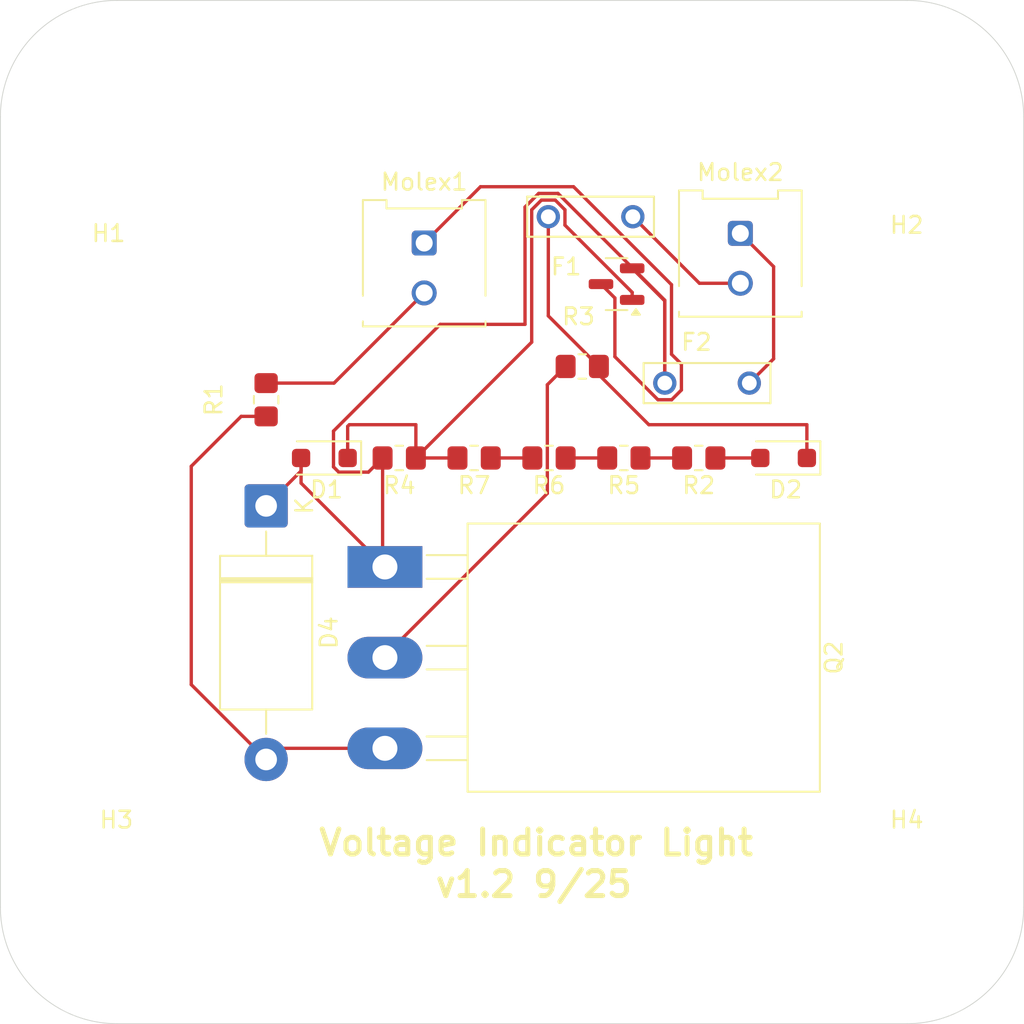
<source format=kicad_pcb>
(kicad_pcb (version 20241229) (generator "pcbnew") (generator_version "9.0")
  (layers (0 "F.Cu" signal) (2 "B.Cu" signal) (13 "F.Paste" user) (15 "B.Paste" user) (5 "F.SilkS" user "F.Silkscreen") (7 "B.SilkS" user "B.Silkscreen") (1 "F.Mask" user) (3 "B.Mask" user) (25 "Edge.Cuts" user))
  (net 0 "")
  (net 1 "/LED+")
  (net 2 "/LED-")
  (net 3 "/HV+_fused")
  (net 4 "/HV+")
  (net 5 "/HV-")
  (net 6 "Net-(D4-A2)")
  (net 7 "Net-(R2-Pad2)")
  (net 8 "Net-(D2-A)")
  (net 9 "Net-(Q2-D)")
  (net 10 "Net-(D1-K)")
  (net 11 "Net-(D1-A)")
  (net 12 "Net-(R5-Pad2)")
  (net 13 "Net-(R6-Pad2)")
  (footprint "Diode_SMD:D_SOD-123F" (layer "F.Cu") (at 156.07 93 180)
    (property "Reference" "D2" (at -0.127 -1.905 0) (layer "F.SilkS"))
    (property "Value" "BZT52C51")
    (fp_line (start -2.21 1) (end 1.65 1) (stroke (width 0.12)) (layer "F.SilkS"))
    (fp_line (start -2.21 -1) (end 1.65 -1) (stroke (width 0.12)) (layer "F.SilkS"))
    (fp_line (start -2.21 -1) (end -2.21 1) (stroke (width 0.12)) (layer "F.SilkS"))
    (pad "1" smd roundrect (at -1.4 0 180) (size 1.1 1.1) (layers "F.Cu" "F.Mask" "F.Paste") (roundrect_rratio 0.2272727273) (net 3 "/HV+_fused"))
    (pad "2" smd roundrect (at 1.4 0 180) (size 1.1 1.1) (layers "F.Cu" "F.Mask" "F.Paste") (roundrect_rratio 0.2272727273) (net 8 "Net-(D2-A)"))
  )
  (footprint "Diode_SMD:D_SOD-123F" (layer "F.Cu") (at 128.47 93 180)
    (property "Reference" "D1" (at -0.127 -1.905 0) (layer "F.SilkS"))
    (property "Value" "BZT52C12")
    (fp_line (start -2.21 1) (end 1.65 1) (stroke (width 0.12)) (layer "F.SilkS"))
    (fp_line (start -2.21 -1) (end 1.65 -1) (stroke (width 0.12)) (layer "F.SilkS"))
    (fp_line (start -2.21 -1) (end -2.21 1) (stroke (width 0.12)) (layer "F.SilkS"))
    (pad "1" smd roundrect (at -1.4 0 180) (size 1.1 1.1) (layers "F.Cu" "F.Mask" "F.Paste") (roundrect_rratio 0.2272727273) (net 10 "Net-(D1-K)"))
    (pad "2" smd roundrect (at 1.4 0 180) (size 1.1 1.1) (layers "F.Cu" "F.Mask" "F.Paste") (roundrect_rratio 0.2272727273) (net 11 "Net-(D1-A)"))
  )
  (footprint "MountingHole:MountingHole_4.3mm_M4" (layer "F.Cu") (at 116 72.5)
    (property "Reference" "H1" (at -0.5 7 0) (layer "F.SilkS"))
    (property "Value" "MountingHole")
    (pad "" np_thru_hole circle (at 0 0) (size 4.3 4.3) (drill 4.3) (layers "*.Cu" "*.Mask"))
  )
  (footprint "Diode_THT:D_DO-201AE_P15.24mm_Horizontal" (layer "F.Cu") (at 124.97 95.88 -90)
    (property "Reference" "D4" (at 7.62 -3.77 90) (layer "F.SilkS"))
    (property "Value" "PESD12VL1BA")
    (fp_line (start 1.54 0) (end 3 0) (stroke (width 0.12)) (layer "F.SilkS"))
    (fp_line (start 13.7 0) (end 12.24 0) (stroke (width 0.12)) (layer "F.SilkS"))
    (fp_line (start 4.35 -2.77) (end 4.35 2.77) (stroke (width 0.12)) (layer "F.SilkS"))
    (fp_line (start 4.47 -2.77) (end 4.47 2.77) (stroke (width 0.12)) (layer "F.SilkS"))
    (fp_line (start 4.59 -2.77) (end 4.59 2.77) (stroke (width 0.12)) (layer "F.SilkS"))
    (fp_rect (start 3 -2.77) (end 12.24 2.77) (stroke (width 0.12)) (fill no) (layer "F.SilkS"))
    (fp_text user "K" (at 0 -2.3 90) (layer "F.SilkS"))
    (pad "1" thru_hole roundrect (at 0 0 270) (size 2.6 2.6) (drill 1.3) (layers "*.Cu" "*.Mask") (roundrect_rratio 0.096154) (net 11 "Net-(D1-A)"))
    (pad "2" thru_hole circle (at 15.24 0 270) (size 2.6 2.6) (drill 1.3) (layers "*.Cu" "*.Mask") (net 6 "Net-(D4-A2)"))
  )
  (footprint "Resistor_SMD:R_0805_2012Metric_Pad1.20x1.40mm_HandSolder" (layer "F.Cu") (at 150.97 93 180)
    (property "Reference" "R2" (at 0 -1.65 0) (layer "F.SilkS"))
    (property "Value" "240k")
    (fp_line (start -0.227064 0.735) (end 0.227064 0.735) (stroke (width 0.12)) (layer "F.SilkS"))
    (fp_line (start -0.227064 -0.735) (end 0.227064 -0.735) (stroke (width 0.12)) (layer "F.SilkS"))
    (pad "1" smd roundrect (at -1 0 180) (size 1.2 1.4) (layers "F.Cu" "F.Mask" "F.Paste") (roundrect_rratio 0.208333) (net 8 "Net-(D2-A)"))
    (pad "2" smd roundrect (at 1 0 180) (size 1.2 1.4) (layers "F.Cu" "F.Mask" "F.Paste") (roundrect_rratio 0.208333) (net 7 "Net-(R2-Pad2)"))
  )
  (footprint "Resistor_SMD:R_0805_2012Metric_Pad1.20x1.40mm_HandSolder" (layer "F.Cu") (at 143.97 87.5)
    (property "Reference" "R3" (at -0.227064 -3 0) (layer "F.SilkS"))
    (property "Value" "47")
    (fp_line (start -0.227064 -0.735) (end 0.227064 -0.735) (stroke (width 0.12)) (layer "F.SilkS"))
    (fp_line (start -0.227064 0.735) (end 0.227064 0.735) (stroke (width 0.12)) (layer "F.SilkS"))
    (pad "1" smd roundrect (at -1 0) (size 1.2 1.4) (layers "F.Cu" "F.Mask" "F.Paste") (roundrect_rratio 0.208333) (net 9 "Net-(Q2-D)"))
    (pad "2" smd roundrect (at 1 0) (size 1.2 1.4) (layers "F.Cu" "F.Mask" "F.Paste") (roundrect_rratio 0.208333) (net 3 "/HV+_fused"))
  )
  (footprint "Resistor_SMD:R_0805_2012Metric_Pad1.20x1.40mm_HandSolder" (layer "F.Cu") (at 146.47 93 180)
    (property "Reference" "R5" (at 0 -1.65 0) (layer "F.SilkS"))
    (property "Value" "240k")
    (fp_line (start -0.227064 0.735) (end 0.227064 0.735) (stroke (width 0.12)) (layer "F.SilkS"))
    (fp_line (start -0.227064 -0.735) (end 0.227064 -0.735) (stroke (width 0.12)) (layer "F.SilkS"))
    (pad "1" smd roundrect (at -1 0 180) (size 1.2 1.4) (layers "F.Cu" "F.Mask" "F.Paste") (roundrect_rratio 0.208333) (net 7 "Net-(R2-Pad2)"))
    (pad "2" smd roundrect (at 1 0 180) (size 1.2 1.4) (layers "F.Cu" "F.Mask" "F.Paste") (roundrect_rratio 0.208333) (net 12 "Net-(R5-Pad2)"))
  )
  (footprint "Library:FUSE_BK_PCS" (layer "F.Cu") (at 144.47 78.5 180)
    (property "Reference" "F1" (at 1.47 -3 0) (layer "F.SilkS"))
    (property "Value" "750mA")
    (fp_line (start 3.81 1.205) (end -3.81 1.205) (stroke (width 0.127)) (layer "F.SilkS"))
    (fp_line (start 3.81 -1.205) (end 3.81 1.205) (stroke (width 0.127)) (layer "F.SilkS"))
    (fp_line (start -3.81 1.205) (end -3.81 -1.205) (stroke (width 0.127)) (layer "F.SilkS"))
    (fp_line (start -3.81 -1.205) (end 3.81 -1.205) (stroke (width 0.127)) (layer "F.SilkS"))
    (pad "1" thru_hole circle (at -2.54 0 180) (size 1.397 1.397) (drill 0.889) (layers "*.Cu" "*.Mask") (net 4 "/HV+"))
    (pad "2" thru_hole circle (at 2.54 0 180) (size 1.397 1.397) (drill 0.889) (layers "*.Cu" "*.Mask") (net 3 "/HV+_fused"))
  )
  (footprint "Resistor_SMD:R_0805_2012Metric_Pad1.20x1.40mm_HandSolder" (layer "F.Cu") (at 124.97 89.5 90)
    (property "Reference" "R1" (at 0 -3.15 90) (layer "F.SilkS"))
    (property "Value" "2200")
    (fp_line (start -0.227064 -0.735) (end 0.227064 -0.735) (stroke (width 0.12)) (layer "F.SilkS"))
    (fp_line (start -0.227064 0.735) (end 0.227064 0.735) (stroke (width 0.12)) (layer "F.SilkS"))
    (pad "1" smd roundrect (at -1 0 90) (size 1.2 1.4) (layers "F.Cu" "F.Mask" "F.Paste") (roundrect_rratio 0.208333) (net 6 "Net-(D4-A2)"))
    (pad "2" smd roundrect (at 1 0 90) (size 1.2 1.4) (layers "F.Cu" "F.Mask" "F.Paste") (roundrect_rratio 0.208333) (net 1 "/LED+"))
  )
  (footprint "Package_TO_SOT_THT:TO-247-3_Horizontal_TabDown" (layer "F.Cu") (at 132.11 99.55 -90)
    (property "Reference" "Q2" (at 5.45 -26.98 90) (layer "F.SilkS"))
    (property "Value" "UJ3N065080K3S")
    (fp_line (start -2.61 -4.97) (end 13.51 -4.97) (stroke (width 0.12)) (layer "F.SilkS"))
    (fp_line (start -2.61 -4.97) (end -2.61 -26.14) (stroke (width 0.12)) (layer "F.SilkS"))
    (fp_line (start -0.71 -4.97) (end -0.71 -2.51) (stroke (width 0.12)) (layer "F.SilkS"))
    (fp_line (start 0.71 -4.97) (end 0.71 -2.51) (stroke (width 0.12)) (layer "F.SilkS"))
    (fp_line (start 4.74 -4.97) (end 4.74 -2.51) (stroke (width 0.12)) (layer "F.SilkS"))
    (fp_line (start 6.16 -4.97) (end 6.16 -2.51) (stroke (width 0.12)) (layer "F.SilkS"))
    (fp_line (start 10.19 -4.97) (end 10.19 -2.51) (stroke (width 0.12)) (layer "F.SilkS"))
    (fp_line (start 11.61 -4.97) (end 11.61 -2.51) (stroke (width 0.12)) (layer "F.SilkS"))
    (fp_line (start 13.51 -4.97) (end 13.51 -26.14) (stroke (width 0.12)) (layer "F.SilkS"))
    (fp_line (start -2.61 -26.14) (end 13.51 -26.14) (stroke (width 0.12)) (layer "F.SilkS"))
    (pad "" np_thru_hole circle (at 5.45 -19.86 270) (size 3.6 3.6) (drill 3.6) (layers "*.Cu" "*.Mask"))
    (pad "1" thru_hole rect (at 0 0 270) (size 2.5 4.5) (drill 1.5) (layers "*.Cu" "*.Mask") (net 11 "Net-(D1-A)"))
    (pad "2" thru_hole oval (at 5.45 0 270) (size 2.5 4.5) (drill 1.5) (layers "*.Cu" "*.Mask") (net 9 "Net-(Q2-D)"))
    (pad "3" thru_hole oval (at 10.9 0 270) (size 2.5 4.5) (drill 1.5) (layers "*.Cu" "*.Mask") (net 6 "Net-(D4-A2)"))
  )
  (footprint "MountingHole:MountingHole_4.3mm_M4" (layer "F.Cu") (at 115.97 120)
    (property "Reference" "H3" (at 0 -5.25 0) (layer "F.SilkS"))
    (property "Value" "MountingHole")
    (pad "" np_thru_hole circle (at 0 0) (size 4.3 4.3) (drill 4.3) (layers "*.Cu" "*.Mask"))
  )
  (footprint "Resistor_SMD:R_0805_2012Metric_Pad1.20x1.40mm_HandSolder" (layer "F.Cu") (at 141.97 93 180)
    (property "Reference" "R6" (at 0 -1.65 0) (layer "F.SilkS"))
    (property "Value" "240k")
    (fp_line (start -0.227064 0.735) (end 0.227064 0.735) (stroke (width 0.12)) (layer "F.SilkS"))
    (fp_line (start -0.227064 -0.735) (end 0.227064 -0.735) (stroke (width 0.12)) (layer "F.SilkS"))
    (pad "1" smd roundrect (at -1 0 180) (size 1.2 1.4) (layers "F.Cu" "F.Mask" "F.Paste") (roundrect_rratio 0.208333) (net 12 "Net-(R5-Pad2)"))
    (pad "2" smd roundrect (at 1 0 180) (size 1.2 1.4) (layers "F.Cu" "F.Mask" "F.Paste") (roundrect_rratio 0.208333) (net 13 "Net-(R6-Pad2)"))
  )
  (footprint "Connector_Molex:Molex_Micro-Fit_3.0_43045-0212_2x01_P3.00mm_Vertical" (layer "F.Cu") (at 153.47 79.5)
    (property "Reference" "Molex2" (at 0 -3.67 0) (layer "F.SilkS"))
    (property "Value" "043045-0212")
    (fp_line (start -3.685 -2.58) (end -2.265 -2.58) (stroke (width 0.12)) (layer "F.SilkS"))
    (fp_line (start -3.685 3.17) (end -3.685 -2.58) (stroke (width 0.12)) (layer "F.SilkS"))
    (fp_line (start -3.685 4.71) (end -3.685 5.01) (stroke (width 0.12)) (layer "F.SilkS"))
    (fp_line (start -3.685 5.01) (end 3.685 5.01) (stroke (width 0.12)) (layer "F.SilkS"))
    (fp_line (start -2.265 -2.58) (end -2.265 -2.08) (stroke (width 0.12)) (layer "F.SilkS"))
    (fp_line (start -2.265 -2.08) (end 2.265 -2.08) (stroke (width 0.12)) (layer "F.SilkS"))
    (fp_line (start 2.265 -2.58) (end 3.685 -2.58) (stroke (width 0.12)) (layer "F.SilkS"))
    (fp_line (start 2.265 -2.08) (end 2.265 -2.58) (stroke (width 0.12)) (layer "F.SilkS"))
    (fp_line (start 3.685 -2.58) (end 3.685 3.17) (stroke (width 0.12)) (layer "F.SilkS"))
    (fp_line (start 3.685 5.01) (end 3.685 4.71) (stroke (width 0.12)) (layer "F.SilkS"))
    (pad "" np_thru_hole circle (at -3 3.94) (size 1.02 1.02) (drill 1.02) (layers "*.Cu" "*.Mask"))
    (pad "" np_thru_hole circle (at 3 3.94) (size 1.02 1.02) (drill 1.02) (layers "*.Cu" "*.Mask"))
    (pad "1" thru_hole roundrect (at 0 0) (size 1.5 1.5) (drill 1.02) (layers "*.Cu" "*.Mask") (roundrect_rratio 0.166667) (net 5 "/HV-"))
    (pad "2" thru_hole circle (at 0 3) (size 1.5 1.5) (drill 1.02) (layers "*.Cu" "*.Mask") (net 4 "/HV+"))
  )
  (footprint "MountingHole:MountingHole_4.3mm_M4" (layer "F.Cu") (at 163.47 72.5)
    (property "Reference" "H2" (at 0 6.5 0) (layer "F.SilkS"))
    (property "Value" "MountingHole")
    (pad "" np_thru_hole circle (at 0 0) (size 4.3 4.3) (drill 4.3) (layers "*.Cu" "*.Mask"))
  )
  (footprint "Package_TO_SOT_SMD:SOT-23" (layer "F.Cu") (at 146.0325 82.55 180)
    (property "Reference" "Q1" (hide yes))
    (property "Value" "DMN2056U")
    (fp_line (start 0 1.56) (end 0.65 1.56) (stroke (width 0.12)) (layer "F.SilkS"))
    (fp_line (start 0 1.56) (end -0.65 1.56) (stroke (width 0.12)) (layer "F.SilkS"))
    (fp_line (start 0 -1.56) (end 0.65 -1.56) (stroke (width 0.12)) (layer "F.SilkS"))
    (fp_line (start 0 -1.56) (end -0.65 -1.56) (stroke (width 0.12)) (layer "F.SilkS"))
    (fp_poly (pts (xy -1.1625 -1.51) (xy -1.4025 -1.84) (xy -0.9225 -1.84)) (stroke (width 0.12)) (fill yes) (layer "F.SilkS"))
    (pad "1" smd roundrect (at -0.9375 -0.95 180) (size 1.475 0.6) (layers "F.Cu" "F.Mask" "F.Paste") (net 10 "Net-(D1-K)"))
    (pad "2" smd roundrect (at -0.9375 0.95 180) (size 1.475 0.6) (layers "F.Cu" "F.Mask" "F.Paste") (net 11 "Net-(D1-A)"))
    (pad "3" smd roundrect (at 0.9375 0 180) (size 1.475 0.6) (layers "F.Cu" "F.Mask" "F.Paste") (net 2 "/LED-"))
  )
  (footprint "Library:FUSE_BK_PCS" (layer "F.Cu") (at 151.47 88.5)
    (property "Reference" "F2" (at -0.635 -2.465 0) (layer "F.SilkS"))
    (property "Value" "750mA")
    (fp_line (start -3.81 -1.205) (end 3.81 -1.205) (stroke (width 0.127)) (layer "F.SilkS"))
    (fp_line (start -3.81 1.205) (end -3.81 -1.205) (stroke (width 0.127)) (layer "F.SilkS"))
    (fp_line (start 3.81 -1.205) (end 3.81 1.205) (stroke (width 0.127)) (layer "F.SilkS"))
    (fp_line (start 3.81 1.205) (end -3.81 1.205) (stroke (width 0.127)) (layer "F.SilkS"))
    (pad "1" thru_hole circle (at -2.54 0) (size 1.397 1.397) (drill 0.889) (layers "*.Cu" "*.Mask") (net 11 "Net-(D1-A)"))
    (pad "2" thru_hole circle (at 2.54 0) (size 1.397 1.397) (drill 0.889) (layers "*.Cu" "*.Mask") (net 5 "/HV-"))
  )
  (footprint "Resistor_SMD:R_0805_2012Metric_Pad1.20x1.40mm_HandSolder" (layer "F.Cu") (at 137.47 93 180)
    (property "Reference" "R7" (at 0 -1.65 0) (layer "F.SilkS"))
    (property "Value" "240k")
    (fp_line (start -0.227064 0.735) (end 0.227064 0.735) (stroke (width 0.12)) (layer "F.SilkS"))
    (fp_line (start -0.227064 -0.735) (end 0.227064 -0.735) (stroke (width 0.12)) (layer "F.SilkS"))
    (pad "1" smd roundrect (at -1 0 180) (size 1.2 1.4) (layers "F.Cu" "F.Mask" "F.Paste") (roundrect_rratio 0.208333) (net 13 "Net-(R6-Pad2)"))
    (pad "2" smd roundrect (at 1 0 180) (size 1.2 1.4) (layers "F.Cu" "F.Mask" "F.Paste") (roundrect_rratio 0.208333) (net 10 "Net-(D1-K)"))
  )
  (footprint "Resistor_SMD:R_0805_2012Metric_Pad1.20x1.40mm_HandSolder" (layer "F.Cu") (at 132.97 93 180)
    (property "Reference" "R4" (at 0 -1.65 0) (layer "F.SilkS"))
    (property "Value" "2M")
    (fp_line (start -0.227064 0.735) (end 0.227064 0.735) (stroke (width 0.12)) (layer "F.SilkS"))
    (fp_line (start -0.227064 -0.735) (end 0.227064 -0.735) (stroke (width 0.12)) (layer "F.SilkS"))
    (pad "1" smd roundrect (at -1 0 180) (size 1.2 1.4) (layers "F.Cu" "F.Mask" "F.Paste") (roundrect_rratio 0.208333) (net 10 "Net-(D1-K)"))
    (pad "2" smd roundrect (at 1 0 180) (size 1.2 1.4) (layers "F.Cu" "F.Mask" "F.Paste") (roundrect_rratio 0.208333) (net 11 "Net-(D1-A)"))
  )
  (footprint "Connector_Molex:Molex_Micro-Fit_3.0_43045-0212_2x01_P3.00mm_Vertical" (layer "F.Cu") (at 134.47 80.08)
    (property "Reference" "Molex1" (at 0 -3.67 0) (layer "F.SilkS"))
    (property "Value" "043045-0212")
    (fp_line (start -3.685 -2.58) (end -2.265 -2.58) (stroke (width 0.12)) (layer "F.SilkS"))
    (fp_line (start -3.685 3.17) (end -3.685 -2.58) (stroke (width 0.12)) (layer "F.SilkS"))
    (fp_line (start -3.685 4.71) (end -3.685 5.01) (stroke (width 0.12)) (layer "F.SilkS"))
    (fp_line (start -3.685 5.01) (end 3.685 5.01) (stroke (width 0.12)) (layer "F.SilkS"))
    (fp_line (start -2.265 -2.58) (end -2.265 -2.08) (stroke (width 0.12)) (layer "F.SilkS"))
    (fp_line (start -2.265 -2.08) (end 2.265 -2.08) (stroke (width 0.12)) (layer "F.SilkS"))
    (fp_line (start 2.265 -2.58) (end 3.685 -2.58) (stroke (width 0.12)) (layer "F.SilkS"))
    (fp_line (start 2.265 -2.08) (end 2.265 -2.58) (stroke (width 0.12)) (layer "F.SilkS"))
    (fp_line (start 3.685 -2.58) (end 3.685 3.17) (stroke (width 0.12)) (layer "F.SilkS"))
    (fp_line (start 3.685 5.01) (end 3.685 4.71) (stroke (width 0.12)) (layer "F.SilkS"))
    (pad "" np_thru_hole circle (at -3 3.94) (size 1.02 1.02) (drill 1.02) (layers "*.Cu" "*.Mask"))
    (pad "" np_thru_hole circle (at 3 3.94) (size 1.02 1.02) (drill 1.02) (layers "*.Cu" "*.Mask"))
    (pad "1" thru_hole roundrect (at 0 0) (size 1.5 1.5) (drill 1.02) (layers "*.Cu" "*.Mask") (roundrect_rratio 0.166667) (net 2 "/LED-"))
    (pad "2" thru_hole circle (at 0 3) (size 1.5 1.5) (drill 1.02) (layers "*.Cu" "*.Mask") (net 1 "/LED+"))
  )
  (footprint "MountingHole:MountingHole_4.3mm_M4" (layer "F.Cu") (at 163.47 120)
    (property "Reference" "H4" (at 0 -5.25 0) (layer "F.SilkS"))
    (property "Value" "MountingHole")
    (pad "" np_thru_hole circle (at 0 0) (size 4.3 4.3) (drill 4.3) (layers "*.Cu" "*.Mask"))
  )
  (gr_arc (start 109 72.5) (mid 111.050253 67.550253) (end 116 65.5) (stroke (width 0.05)) (layer "Edge.Cuts"))
  (gr_line (start 163.5 65.5) (end 116 65.5) (stroke (width 0.05)) (layer "Edge.Cuts"))
  (gr_arc (start 116 127) (mid 111.050253 124.949747) (end 109 120) (stroke (width 0.05)) (layer "Edge.Cuts"))
  (gr_line (start 109 72.5) (end 109 120) (stroke (width 0.05)) (layer "Edge.Cuts"))
  (gr_line (start 170.5 120) (end 170.5 72.5) (stroke (width 0.05)) (layer "Edge.Cuts"))
  (gr_line (start 116 127) (end 163.5 127) (stroke (width 0.05)) (layer "Edge.Cuts"))
  (gr_arc (start 163.5 65.5) (mid 168.449747 67.550253) (end 170.5 72.5) (stroke (width 0.05)) (layer "Edge.Cuts"))
  (gr_arc (start 170.5 120) (mid 168.449747 124.949747) (end 163.5 127) (stroke (width 0.05)) (layer "Edge.Cuts"))
  (gr_text "v1.2 9/25\n" (at 135 119.5 0) (layer "F.SilkS") (effects (font (size 1.5 1.5) (thickness 0.3) (bold yes)) (justify left bottom)))
  (gr_text "Voltage Indicator Light" (at 128 117 0) (layer "F.SilkS") (effects (font (size 1.5 1.5) (thickness 0.3) (bold yes)) (justify left bottom)))
  (segment (start 129.05 88.5) (end 134.47 83.08) (width 0.2) (layer "F.Cu") (net 1))
  (segment (start 124.97 88.5) (end 129.05 88.5) (width 0.2) (layer "F.Cu") (net 1))
  (segment (start 145.9315 86.915007) (end 145.9315 83.3865) (width 0.2) (layer "F.Cu") (net 2))
  (segment (start 149.3339 86.7668) (end 149.9295 87.3624) (width 0.2) (layer "F.Cu") (net 2))
  (segment (start 143.447968 76.6985) (end 149.3339 82.584432) (width 0.2) (layer "F.Cu") (net 2))
  (segment (start 134.47 80.08) (end 137.8515 76.6985) (width 0.2) (layer "F.Cu") (net 2))
  (segment (start 137.8515 76.6985) (end 143.447968 76.6985) (width 0.2) (layer "F.Cu") (net 2))
  (segment (start 149.9295 87.3624) (end 149.9295 88.914007) (width 0.2) (layer "F.Cu") (net 2))
  (segment (start 149.344007 89.4995) (end 148.515993 89.4995) (width 0.2) (layer "F.Cu") (net 2))
  (segment (start 149.9295 88.914007) (end 149.344007 89.4995) (width 0.2) (layer "F.Cu") (net 2))
  (segment (start 149.3339 82.584432) (end 149.3339 86.7668) (width 0.2) (layer "F.Cu") (net 2))
  (segment (start 145.9315 83.3865) (end 145.095 82.55) (width 0.2) (layer "F.Cu") (net 2))
  (segment (start 148.515993 89.4995) (end 145.9315 86.915007) (width 0.2) (layer "F.Cu") (net 2))
  (segment (start 157.47 93) (end 157.47 91) (width 0.2) (layer "F.Cu") (net 3))
  (segment (start 157.47 91) (end 147.97 91) (width 0.2) (layer "F.Cu") (net 3))
  (segment (start 141.93 84.46) (end 144.97 87.5) (width 0.2) (layer "F.Cu") (net 3))
  (segment (start 144.97 88) (end 144.97 87.5) (width 0.2) (layer "F.Cu") (net 3))
  (segment (start 141.93 78.5) (end 141.93 84.46) (width 0.2) (layer "F.Cu") (net 3))
  (segment (start 147.97 91) (end 144.97 88) (width 0.2) (layer "F.Cu") (net 3))
  (segment (start 151.01 82.5) (end 147.01 78.5) (width 0.2) (layer "F.Cu") (net 4))
  (segment (start 153.47 82.5) (end 151.01 82.5) (width 0.2) (layer "F.Cu") (net 4))
  (segment (start 153.47 79.5) (end 155.47 81.5) (width 0.2) (layer "F.Cu") (net 5))
  (segment (start 155.47 81.5) (end 155.47 87.04) (width 0.2) (layer "F.Cu") (net 5))
  (segment (start 155.47 87.04) (end 154.01 88.5) (width 0.2) (layer "F.Cu") (net 5))
  (segment (start 125.64 110.45) (end 124.97 111.12) (width 0.2) (layer "F.Cu") (net 6))
  (segment (start 120.47 106.62) (end 124.97 111.12) (width 0.2) (layer "F.Cu") (net 6))
  (segment (start 124.97 90.5) (end 123.47 90.5) (width 0.2) (layer "F.Cu") (net 6))
  (segment (start 120.47 93.5) (end 120.47 106.62) (width 0.2) (layer "F.Cu") (net 6))
  (segment (start 132.11 110.45) (end 125.64 110.45) (width 0.2) (layer "F.Cu") (net 6))
  (segment (start 123.47 90.5) (end 120.47 93.5) (width 0.2) (layer "F.Cu") (net 6))
  (segment (start 147.47 93) (end 149.97 93) (width 0.2) (layer "F.Cu") (net 7))
  (segment (start 151.97 93) (end 154.67 93) (width 0.2) (layer "F.Cu") (net 8))
  (segment (start 132.11 104.89) (end 141.871 95.129) (width 0.2) (layer "F.Cu") (net 9))
  (segment (start 141.871 88.599) (end 142.97 87.5) (width 0.2) (layer "F.Cu") (net 9))
  (segment (start 132.11 105) (end 132.11 104.89) (width 0.2) (layer "F.Cu") (net 9))
  (segment (start 141.871 95.129) (end 141.871 88.599) (width 0.2) (layer "F.Cu") (net 9))
  (segment (start 133.97 93) (end 136.47 93) (width 0.2) (layer "F.Cu") (net 10))
  (segment (start 140.9305 78.085993) (end 141.515993 77.5005) (width 0.2) (layer "F.Cu") (net 10))
  (segment (start 140.9305 86.0395) (end 140.9305 78.085993) (width 0.2) (layer "F.Cu") (net 10))
  (segment (start 142.9295 78.085993) (end 142.9295 79.005032) (width 0.2) (layer "F.Cu") (net 10))
  (segment (start 129.87 91.1) (end 129.97 91) (width 0.2) (layer "F.Cu") (net 10))
  (segment (start 133.97 93) (end 140.9305 86.0395) (width 0.2) (layer "F.Cu") (net 10))
  (segment (start 146.97 83.045532) (end 146.97 83.5) (width 0.2) (layer "F.Cu") (net 10))
  (segment (start 141.515993 77.5005) (end 142.344007 77.5005) (width 0.2) (layer "F.Cu") (net 10))
  (segment (start 142.344007 77.5005) (end 142.9295 78.085993) (width 0.2) (layer "F.Cu") (net 10))
  (segment (start 133.97 91) (end 133.97 93) (width 0.2) (layer "F.Cu") (net 10))
  (segment (start 142.9295 79.005032) (end 146.97 83.045532) (width 0.2) (layer "F.Cu") (net 10))
  (segment (start 129.97 91) (end 133.97 91) (width 0.2) (layer "F.Cu") (net 10))
  (segment (start 129.87 93) (end 129.87 91.1) (width 0.2) (layer "F.Cu") (net 10))
  (segment (start 131.119 93.851) (end 131.97 93) (width 0.2) (layer "F.Cu") (net 11))
  (segment (start 140.5295 77.919893) (end 140.5295 84.9705) (width 0.2) (layer "F.Cu") (net 11))
  (segment (start 142.510107 77.0995) (end 141.349893 77.0995) (width 0.2) (layer "F.Cu") (net 11))
  (segment (start 129.33484 93.851) (end 131.119 93.851) (width 0.2) (layer "F.Cu") (net 11))
  (segment (start 135.4324 84.9705) (end 129.019 91.3839) (width 0.2) (layer "F.Cu") (net 11))
  (segment (start 131.97 93) (end 131.97 99.41) (width 0.2) (layer "F.Cu") (net 11))
  (segment (start 140.5295 84.9705) (end 135.4324 84.9705) (width 0.2) (layer "F.Cu") (net 11))
  (segment (start 141.349893 77.0995) (end 140.5295 77.919893) (width 0.2) (layer "F.Cu") (net 11))
  (segment (start 129.019 93.53516) (end 129.33484 93.851) (width 0.2) (layer "F.Cu") (net 11))
  (segment (start 129.019 91.3839) (end 129.019 93.53516) (width 0.2) (layer "F.Cu") (net 11))
  (segment (start 127.07 93.78) (end 124.97 95.88) (width 0.2) (layer "F.Cu") (net 11))
  (segment (start 127.07 93) (end 127.07 93.78) (width 0.2) (layer "F.Cu") (net 11))
  (segment (start 148.93 83.519393) (end 142.510107 77.0995) (width 0.2) (layer "F.Cu") (net 11))
  (segment (start 127.07 94.51) (end 132.11 99.55) (width 0.2) (layer "F.Cu") (net 11))
  (segment (start 148.93 83.56) (end 146.97 81.6) (width 0.2) (layer "F.Cu") (net 11))
  (segment (start 148.93 88.5) (end 148.93 83.519393) (width 0.2) (layer "F.Cu") (net 11))
  (segment (start 148.93 88.5) (end 148.93 83.56) (width 0.2) (layer "F.Cu") (net 11))
  (segment (start 127.07 93) (end 127.07 94.51) (width 0.2) (layer "F.Cu") (net 11))
  (segment (start 131.97 99.41) (end 132.11 99.55) (width 0.2) (layer "F.Cu") (net 11))
  (segment (start 142.97 93) (end 145.47 93) (width 0.2) (layer "F.Cu") (net 12))
  (segment (start 138.47 93) (end 140.97 93) (width 0.2) (layer "F.Cu") (net 13))
  (segment (start 140.47 93) (end 140.97 92.5) (width 0.2) (layer "F.Cu") (net 13))
)
</source>
